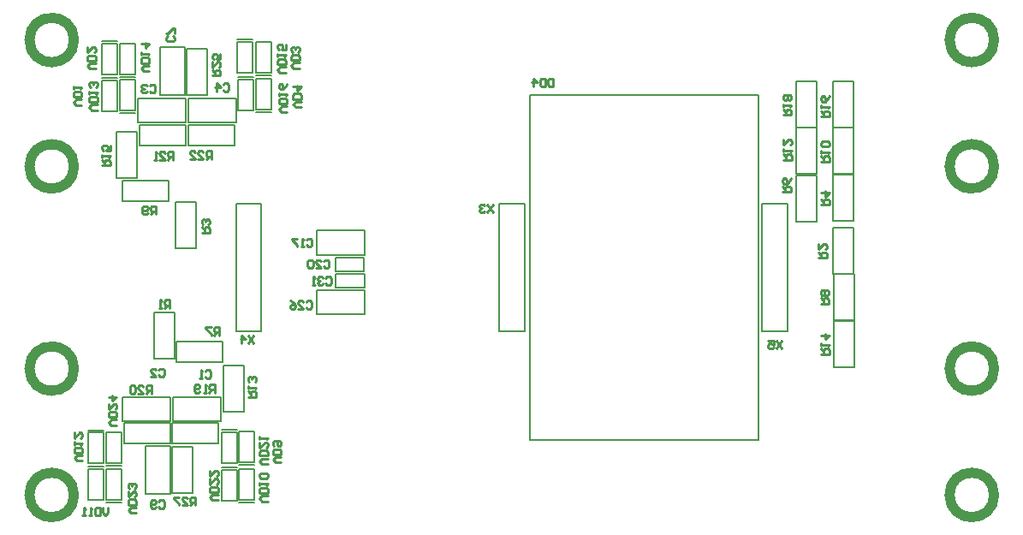
<source format=gbr>
%TF.GenerationSoftware,Altium Limited,Altium Designer,21.6.4 (81)*%
G04 Layer_Color=32896*
%FSLAX43Y43*%
%MOMM*%
%TF.SameCoordinates,C39744A4-4465-455E-AB15-BAA165A4C254*%
%TF.FilePolarity,Positive*%
%TF.FileFunction,Legend,Bot*%
%TF.Part,Single*%
G01*
G75*
%TA.AperFunction,NonConductor*%
%ADD26C,0.254*%
%ADD31C,1.000*%
%ADD32C,0.200*%
D26*
X22987Y18789D02*
X22453Y17990D01*
Y18789D02*
X22987Y17990D01*
X21787D02*
Y18789D01*
X22187Y18390D01*
X21654D01*
X52621Y44199D02*
Y43399D01*
X52221D01*
X52088Y43532D01*
Y44065D01*
X52221Y44199D01*
X52621D01*
X51821D02*
Y43399D01*
X51422D01*
X51288Y43532D01*
Y44065D01*
X51422Y44199D01*
X51821D01*
X50622Y43399D02*
Y44199D01*
X51022Y43799D01*
X50489D01*
X75190Y18256D02*
X74657Y17456D01*
Y18256D02*
X75190Y17456D01*
X73857Y18256D02*
X74390D01*
Y17856D01*
X74124Y17989D01*
X73990D01*
X73857Y17856D01*
Y17590D01*
X73990Y17456D01*
X74257D01*
X74390Y17590D01*
X46640Y31743D02*
X46107Y30944D01*
Y31743D02*
X46640Y30944D01*
X45841Y31610D02*
X45707Y31743D01*
X45441D01*
X45308Y31610D01*
Y31477D01*
X45441Y31344D01*
X45574D01*
X45441D01*
X45308Y31210D01*
Y31077D01*
X45441Y30944D01*
X45707D01*
X45841Y31077D01*
X9417Y9898D02*
X8884D01*
X8617Y10164D01*
X8884Y10431D01*
X9417D01*
Y10697D02*
X8617D01*
Y11097D01*
X8750Y11230D01*
X9284D01*
X9417Y11097D01*
Y10697D01*
X8617Y12030D02*
Y11497D01*
X9150Y12030D01*
X9284D01*
X9417Y11897D01*
Y11630D01*
X9284Y11497D01*
X8617Y12697D02*
X9417D01*
X9017Y12297D01*
Y12830D01*
X11347Y1226D02*
X10814D01*
X10548Y1493D01*
X10814Y1759D01*
X11347D01*
Y2026D02*
X10548D01*
Y2426D01*
X10681Y2559D01*
X11214D01*
X11347Y2426D01*
Y2026D01*
X10548Y3359D02*
Y2826D01*
X11081Y3359D01*
X11214D01*
X11347Y3226D01*
Y2959D01*
X11214Y2826D01*
Y3625D02*
X11347Y3759D01*
Y4025D01*
X11214Y4159D01*
X11081D01*
X10947Y4025D01*
Y3892D01*
Y4025D01*
X10814Y4159D01*
X10681D01*
X10548Y4025D01*
Y3759D01*
X10681Y3625D01*
X19450Y2471D02*
X18917D01*
X18650Y2737D01*
X18917Y3004D01*
X19450D01*
Y3271D02*
X18650D01*
Y3670D01*
X18783Y3804D01*
X19317D01*
X19450Y3670D01*
Y3271D01*
X18650Y4603D02*
Y4070D01*
X19183Y4603D01*
X19317D01*
X19450Y4470D01*
Y4204D01*
X19317Y4070D01*
X18650Y5403D02*
Y4870D01*
X19183Y5403D01*
X19317D01*
X19450Y5270D01*
Y5003D01*
X19317Y4870D01*
X24370Y6082D02*
X23837D01*
X23570Y6349D01*
X23837Y6615D01*
X24370D01*
Y6882D02*
X23570D01*
Y7282D01*
X23703Y7415D01*
X24236D01*
X24370Y7282D01*
Y6882D01*
X23570Y8215D02*
Y7682D01*
X24103Y8215D01*
X24236D01*
X24370Y8082D01*
Y7815D01*
X24236Y7682D01*
X23570Y8481D02*
Y8748D01*
Y8615D01*
X24370D01*
X24236Y8481D01*
X26260Y40884D02*
X25727D01*
X25461Y41150D01*
X25727Y41417D01*
X26260D01*
Y41684D02*
X25461D01*
Y42083D01*
X25594Y42217D01*
X26127D01*
X26260Y42083D01*
Y41684D01*
X25461Y42483D02*
Y42750D01*
Y42617D01*
X26260D01*
X26127Y42483D01*
X26260Y43683D02*
X26127Y43416D01*
X25860Y43150D01*
X25594D01*
X25461Y43283D01*
Y43550D01*
X25594Y43683D01*
X25727D01*
X25860Y43550D01*
Y43150D01*
X26129Y44782D02*
X25596D01*
X25329Y45049D01*
X25596Y45315D01*
X26129D01*
Y45582D02*
X25329D01*
Y45982D01*
X25462Y46115D01*
X25996D01*
X26129Y45982D01*
Y45582D01*
X25329Y46382D02*
Y46648D01*
Y46515D01*
X26129D01*
X25996Y46382D01*
X26129Y47581D02*
Y47048D01*
X25729D01*
X25862Y47315D01*
Y47448D01*
X25729Y47581D01*
X25462D01*
X25329Y47448D01*
Y47181D01*
X25462Y47048D01*
X12643Y44930D02*
X12110D01*
X11843Y45197D01*
X12110Y45463D01*
X12643D01*
Y45730D02*
X11843D01*
Y46130D01*
X11976Y46263D01*
X12509D01*
X12643Y46130D01*
Y45730D01*
X11843Y46530D02*
Y46796D01*
Y46663D01*
X12643D01*
X12509Y46530D01*
X11843Y47596D02*
X12643D01*
X12243Y47196D01*
Y47729D01*
X7512Y41069D02*
X6979D01*
X6712Y41336D01*
X6979Y41602D01*
X7512D01*
Y41869D02*
X6712D01*
Y42269D01*
X6845Y42402D01*
X7379D01*
X7512Y42269D01*
Y41869D01*
X6712Y42669D02*
Y42935D01*
Y42802D01*
X7512D01*
X7379Y42669D01*
Y43335D02*
X7512Y43468D01*
Y43735D01*
X7379Y43868D01*
X7245D01*
X7112Y43735D01*
Y43602D01*
Y43735D01*
X6979Y43868D01*
X6845D01*
X6712Y43735D01*
Y43468D01*
X6845Y43335D01*
X6013Y6364D02*
X5480D01*
X5214Y6630D01*
X5480Y6897D01*
X6013D01*
Y7163D02*
X5214D01*
Y7563D01*
X5347Y7697D01*
X5880D01*
X6013Y7563D01*
Y7163D01*
X5214Y7963D02*
Y8230D01*
Y8096D01*
X6013D01*
X5880Y7963D01*
X5214Y9163D02*
Y8630D01*
X5747Y9163D01*
X5880D01*
X6013Y9030D01*
Y8763D01*
X5880Y8630D01*
X8581Y1746D02*
Y1213D01*
X8315Y946D01*
X8048Y1213D01*
Y1746D01*
X7782D02*
Y946D01*
X7382D01*
X7249Y1080D01*
Y1613D01*
X7382Y1746D01*
X7782D01*
X6982Y946D02*
X6715D01*
X6849D01*
Y1746D01*
X6982Y1613D01*
X6316Y946D02*
X6049D01*
X6182D01*
Y1746D01*
X6316Y1613D01*
X24370Y2377D02*
X23837D01*
X23570Y2644D01*
X23837Y2910D01*
X24370D01*
Y3177D02*
X23570D01*
Y3577D01*
X23703Y3710D01*
X24236D01*
X24370Y3577D01*
Y3177D01*
X23570Y3977D02*
Y4243D01*
Y4110D01*
X24370D01*
X24236Y3977D01*
Y4643D02*
X24370Y4777D01*
Y5043D01*
X24236Y5176D01*
X23703D01*
X23570Y5043D01*
Y4777D01*
X23703Y4643D01*
X24236D01*
X25681Y6214D02*
X25148D01*
X24881Y6481D01*
X25148Y6747D01*
X25681D01*
Y7014D02*
X24881D01*
Y7414D01*
X25015Y7547D01*
X25548D01*
X25681Y7414D01*
Y7014D01*
X25015Y7814D02*
X24881Y7947D01*
Y8214D01*
X25015Y8347D01*
X25548D01*
X25681Y8214D01*
Y7947D01*
X25548Y7814D01*
X25414D01*
X25281Y7947D01*
Y8347D01*
X27680Y41369D02*
X27147D01*
X26880Y41636D01*
X27147Y41903D01*
X27680D01*
Y42169D02*
X26880D01*
Y42569D01*
X27013Y42702D01*
X27547D01*
X27680Y42569D01*
Y42169D01*
X26880Y43369D02*
X27680D01*
X27280Y42969D01*
Y43502D01*
X27503Y45201D02*
X26970D01*
X26703Y45468D01*
X26970Y45734D01*
X27503D01*
Y46001D02*
X26703D01*
Y46401D01*
X26836Y46534D01*
X27370D01*
X27503Y46401D01*
Y46001D01*
X27370Y46801D02*
X27503Y46934D01*
Y47201D01*
X27370Y47334D01*
X27236D01*
X27103Y47201D01*
Y47067D01*
Y47201D01*
X26970Y47334D01*
X26836D01*
X26703Y47201D01*
Y46934D01*
X26836Y46801D01*
X7334Y45162D02*
X6801D01*
X6534Y45428D01*
X6801Y45695D01*
X7334D01*
Y45961D02*
X6534D01*
Y46361D01*
X6668Y46495D01*
X7201D01*
X7334Y46361D01*
Y45961D01*
X6534Y47294D02*
Y46761D01*
X7067Y47294D01*
X7201D01*
X7334Y47161D01*
Y46894D01*
X7201Y46761D01*
X5962Y41567D02*
X5429D01*
X5163Y41834D01*
X5429Y42100D01*
X5962D01*
Y42367D02*
X5163D01*
Y42767D01*
X5296Y42900D01*
X5829D01*
X5962Y42767D01*
Y42367D01*
X5163Y43166D02*
Y43433D01*
Y43300D01*
X5962D01*
X5829Y43166D01*
X13313Y30762D02*
Y31562D01*
X12913D01*
X12780Y31428D01*
Y31162D01*
X12913Y31029D01*
X13313D01*
X13046D02*
X12780Y30762D01*
X12513Y30895D02*
X12380Y30762D01*
X12113D01*
X11980Y30895D01*
Y31428D01*
X12113Y31562D01*
X12380D01*
X12513Y31428D01*
Y31295D01*
X12380Y31162D01*
X11980D01*
X75350Y40580D02*
X76150D01*
Y40980D01*
X76017Y41113D01*
X75750D01*
X75617Y40980D01*
Y40580D01*
Y40847D02*
X75350Y41113D01*
Y41380D02*
Y41646D01*
Y41513D01*
X76150D01*
X76017Y41380D01*
Y42046D02*
X76150Y42180D01*
Y42446D01*
X76017Y42579D01*
X75883D01*
X75750Y42446D01*
X75617Y42579D01*
X75483D01*
X75350Y42446D01*
Y42180D01*
X75483Y42046D01*
X75617D01*
X75750Y42180D01*
X75883Y42046D01*
X76017D01*
X75750Y42180D02*
Y42446D01*
X18786Y36227D02*
Y37026D01*
X18386D01*
X18253Y36893D01*
Y36627D01*
X18386Y36493D01*
X18786D01*
X18520D02*
X18253Y36227D01*
X17453D02*
X17986D01*
X17453Y36760D01*
Y36893D01*
X17587Y37026D01*
X17853D01*
X17986Y36893D01*
X16653Y36227D02*
X17187D01*
X16653Y36760D01*
Y36893D01*
X16787Y37026D01*
X17053D01*
X17187Y36893D01*
X15009Y36158D02*
Y36957D01*
X14609D01*
X14476Y36824D01*
Y36558D01*
X14609Y36424D01*
X15009D01*
X14743D02*
X14476Y36158D01*
X13676D02*
X14209D01*
X13676Y36691D01*
Y36824D01*
X13810Y36957D01*
X14076D01*
X14209Y36824D01*
X13410Y36158D02*
X13143D01*
X13276D01*
Y36957D01*
X13410Y36824D01*
X19108Y13129D02*
Y13929D01*
X18708D01*
X18575Y13796D01*
Y13529D01*
X18708Y13396D01*
X19108D01*
X18841D02*
X18575Y13129D01*
X18308D02*
X18042D01*
X18175D01*
Y13929D01*
X18308Y13796D01*
X17642Y13262D02*
X17508Y13129D01*
X17242D01*
X17109Y13262D01*
Y13796D01*
X17242Y13929D01*
X17508D01*
X17642Y13796D01*
Y13662D01*
X17508Y13529D01*
X17109D01*
X79051Y21940D02*
X79851D01*
Y22339D01*
X79718Y22473D01*
X79451D01*
X79318Y22339D01*
Y21940D01*
Y22206D02*
X79051Y22473D01*
X79718Y22739D02*
X79851Y22873D01*
Y23139D01*
X79718Y23272D01*
X79584D01*
X79451Y23139D01*
X79318Y23272D01*
X79185D01*
X79051Y23139D01*
Y22873D01*
X79185Y22739D01*
X79318D01*
X79451Y22873D01*
X79584Y22739D01*
X79718D01*
X79451Y22873D02*
Y23139D01*
X75292Y32975D02*
X76092D01*
Y33375D01*
X75959Y33508D01*
X75692D01*
X75559Y33375D01*
Y32975D01*
Y33242D02*
X75292Y33508D01*
X76092Y34308D02*
X75959Y34041D01*
X75692Y33775D01*
X75425D01*
X75292Y33908D01*
Y34175D01*
X75425Y34308D01*
X75559D01*
X75692Y34175D01*
Y33775D01*
X19576Y18803D02*
Y19602D01*
X19176D01*
X19043Y19469D01*
Y19202D01*
X19176Y19069D01*
X19576D01*
X19310D02*
X19043Y18803D01*
X18777Y19602D02*
X18243D01*
Y19469D01*
X18777Y18936D01*
Y18803D01*
X7989Y35595D02*
X8789D01*
Y35995D01*
X8656Y36128D01*
X8389D01*
X8256Y35995D01*
Y35595D01*
Y35862D02*
X7989Y36128D01*
Y36395D02*
Y36661D01*
Y36528D01*
X8789D01*
X8656Y36395D01*
X8789Y37594D02*
Y37061D01*
X8389D01*
X8522Y37328D01*
Y37461D01*
X8389Y37594D01*
X8123D01*
X7989Y37461D01*
Y37194D01*
X8123Y37061D01*
X17837Y28950D02*
X18637D01*
Y29350D01*
X18504Y29483D01*
X18237D01*
X18104Y29350D01*
Y28950D01*
Y29217D02*
X17837Y29483D01*
X18504Y29750D02*
X18637Y29883D01*
Y30150D01*
X18504Y30283D01*
X18370D01*
X18237Y30150D01*
Y30016D01*
Y30150D01*
X18104Y30283D01*
X17971D01*
X17837Y30150D01*
Y29883D01*
X17971Y29750D01*
X78848Y26482D02*
X79648D01*
Y26882D01*
X79515Y27015D01*
X79248D01*
X79115Y26882D01*
Y26482D01*
Y26749D02*
X78848Y27015D01*
Y27815D02*
Y27282D01*
X79381Y27815D01*
X79515D01*
X79648Y27682D01*
Y27415D01*
X79515Y27282D01*
X79113Y31725D02*
X79912D01*
Y32125D01*
X79779Y32258D01*
X79512D01*
X79379Y32125D01*
Y31725D01*
Y31992D02*
X79113Y32258D01*
Y32925D02*
X79912D01*
X79512Y32525D01*
Y33058D01*
X22418Y12707D02*
X23217D01*
Y13107D01*
X23084Y13240D01*
X22817D01*
X22684Y13107D01*
Y12707D01*
Y12974D02*
X22418Y13240D01*
Y13507D02*
Y13773D01*
Y13640D01*
X23217D01*
X23084Y13507D01*
Y14173D02*
X23217Y14307D01*
Y14573D01*
X23084Y14707D01*
X22951D01*
X22817Y14573D01*
Y14440D01*
Y14573D01*
X22684Y14707D01*
X22551D01*
X22418Y14573D01*
Y14307D01*
X22551Y14173D01*
X14681Y21495D02*
Y22295D01*
X14281D01*
X14148Y22161D01*
Y21895D01*
X14281Y21762D01*
X14681D01*
X14414D02*
X14148Y21495D01*
X13881D02*
X13615D01*
X13748D01*
Y22295D01*
X13881Y22161D01*
X79113Y16932D02*
X79912D01*
Y17332D01*
X79779Y17465D01*
X79512D01*
X79379Y17332D01*
Y16932D01*
Y17198D02*
X79113Y17465D01*
Y17732D02*
Y17998D01*
Y17865D01*
X79912D01*
X79779Y17732D01*
X79113Y18798D02*
X79912D01*
X79512Y18398D01*
Y18931D01*
X12860Y13046D02*
Y13846D01*
X12460D01*
X12327Y13713D01*
Y13446D01*
X12460Y13313D01*
X12860D01*
X12593D02*
X12327Y13046D01*
X11527D02*
X12060D01*
X11527Y13580D01*
Y13713D01*
X11660Y13846D01*
X11927D01*
X12060Y13713D01*
X11260D02*
X11127Y13846D01*
X10861D01*
X10727Y13713D01*
Y13180D01*
X10861Y13046D01*
X11127D01*
X11260Y13180D01*
Y13713D01*
X18892Y44488D02*
X19691D01*
Y44888D01*
X19558Y45021D01*
X19292D01*
X19158Y44888D01*
Y44488D01*
Y44755D02*
X18892Y45021D01*
Y45821D02*
Y45288D01*
X19425Y45821D01*
X19558D01*
X19691Y45688D01*
Y45421D01*
X19558Y45288D01*
X19691Y46621D02*
Y46088D01*
X19292D01*
X19425Y46354D01*
Y46488D01*
X19292Y46621D01*
X19025D01*
X18892Y46488D01*
Y46221D01*
X19025Y46088D01*
X75368Y36161D02*
X76168D01*
Y36560D01*
X76035Y36694D01*
X75768D01*
X75635Y36560D01*
Y36161D01*
Y36427D02*
X75368Y36694D01*
Y36960D02*
Y37227D01*
Y37094D01*
X76168D01*
X76035Y36960D01*
X75368Y38160D02*
Y37627D01*
X75901Y38160D01*
X76035D01*
X76168Y38027D01*
Y37760D01*
X76035Y37627D01*
X79113Y35983D02*
X79912D01*
Y36383D01*
X79779Y36516D01*
X79512D01*
X79379Y36383D01*
Y35983D01*
Y36249D02*
X79113Y36516D01*
Y36782D02*
Y37049D01*
Y36916D01*
X79912D01*
X79779Y36782D01*
Y37449D02*
X79912Y37582D01*
Y37849D01*
X79779Y37982D01*
X79246D01*
X79113Y37849D01*
Y37582D01*
X79246Y37449D01*
X79779D01*
X17225Y1977D02*
Y2777D01*
X16825D01*
X16691Y2644D01*
Y2377D01*
X16825Y2244D01*
X17225D01*
X16958D02*
X16691Y1977D01*
X15892D02*
X16425D01*
X15892Y2511D01*
Y2644D01*
X16025Y2777D01*
X16291D01*
X16425Y2644D01*
X15625Y2777D02*
X15092D01*
Y2644D01*
X15625Y2111D01*
Y1977D01*
X79102Y40453D02*
X79902D01*
Y40853D01*
X79769Y40986D01*
X79502D01*
X79369Y40853D01*
Y40453D01*
Y40720D02*
X79102Y40986D01*
Y41253D02*
Y41519D01*
Y41386D01*
X79902D01*
X79769Y41253D01*
X79902Y42452D02*
X79769Y42186D01*
X79502Y41919D01*
X79235D01*
X79102Y42053D01*
Y42319D01*
X79235Y42452D01*
X79369D01*
X79502Y42319D01*
Y41919D01*
X19961Y43580D02*
X20095Y43713D01*
X20361D01*
X20494Y43580D01*
Y43047D01*
X20361Y42913D01*
X20095D01*
X19961Y43047D01*
X19295Y42913D02*
Y43713D01*
X19695Y43313D01*
X19162D01*
X15018Y48383D02*
X15151Y48250D01*
Y47983D01*
X15018Y47850D01*
X14485D01*
X14351Y47983D01*
Y48250D01*
X14485Y48383D01*
X15151Y48650D02*
Y49183D01*
X15018D01*
X14485Y48650D01*
X14351D01*
X29906Y26124D02*
X30039Y26257D01*
X30305D01*
X30439Y26124D01*
Y25591D01*
X30305Y25457D01*
X30039D01*
X29906Y25591D01*
X29106Y25457D02*
X29639D01*
X29106Y25990D01*
Y26124D01*
X29239Y26257D01*
X29506D01*
X29639Y26124D01*
X28839D02*
X28706Y26257D01*
X28439D01*
X28306Y26124D01*
Y25591D01*
X28439Y25457D01*
X28706D01*
X28839Y25591D01*
Y26124D01*
X30102Y24435D02*
X30236Y24569D01*
X30502D01*
X30635Y24435D01*
Y23902D01*
X30502Y23769D01*
X30236D01*
X30102Y23902D01*
X29836Y24435D02*
X29702Y24569D01*
X29436D01*
X29303Y24435D01*
Y24302D01*
X29436Y24169D01*
X29569D01*
X29436D01*
X29303Y24035D01*
Y23902D01*
X29436Y23769D01*
X29702D01*
X29836Y23902D01*
X29036Y23769D02*
X28769D01*
X28903D01*
Y24569D01*
X29036Y24435D01*
X12694Y43460D02*
X12828Y43593D01*
X13094D01*
X13227Y43460D01*
Y42927D01*
X13094Y42793D01*
X12828D01*
X12694Y42927D01*
X12428Y43460D02*
X12294Y43593D01*
X12028D01*
X11895Y43460D01*
Y43327D01*
X12028Y43193D01*
X12161D01*
X12028D01*
X11895Y43060D01*
Y42927D01*
X12028Y42793D01*
X12294D01*
X12428Y42927D01*
X28211Y28236D02*
X28344Y28369D01*
X28610D01*
X28744Y28236D01*
Y27703D01*
X28610Y27570D01*
X28344D01*
X28211Y27703D01*
X27944Y27570D02*
X27677D01*
X27811D01*
Y28369D01*
X27944Y28236D01*
X27277Y28369D02*
X26744D01*
Y28236D01*
X27277Y27703D01*
Y27570D01*
X13595Y15370D02*
X13729Y15503D01*
X13995D01*
X14128Y15370D01*
Y14836D01*
X13995Y14703D01*
X13729D01*
X13595Y14836D01*
X12796Y14703D02*
X13329D01*
X12796Y15236D01*
Y15370D01*
X12929Y15503D01*
X13195D01*
X13329Y15370D01*
X13595Y2349D02*
X13729Y2483D01*
X13995D01*
X14128Y2349D01*
Y1816D01*
X13995Y1683D01*
X13729D01*
X13595Y1816D01*
X13329D02*
X13195Y1683D01*
X12929D01*
X12796Y1816D01*
Y2349D01*
X12929Y2483D01*
X13195D01*
X13329Y2349D01*
Y2216D01*
X13195Y2083D01*
X12796D01*
X18169Y15218D02*
X18302Y15351D01*
X18569D01*
X18702Y15218D01*
Y14685D01*
X18569Y14552D01*
X18302D01*
X18169Y14685D01*
X17903Y14552D02*
X17636D01*
X17769D01*
Y15351D01*
X17903Y15218D01*
X28168Y22085D02*
X28301Y22218D01*
X28567D01*
X28701Y22085D01*
Y21552D01*
X28567Y21419D01*
X28301D01*
X28168Y21552D01*
X27368Y21419D02*
X27901D01*
X27368Y21952D01*
Y22085D01*
X27501Y22218D01*
X27768D01*
X27901Y22085D01*
X26568Y22218D02*
X26835Y22085D01*
X27101Y21819D01*
Y21552D01*
X26968Y21419D01*
X26701D01*
X26568Y21552D01*
Y21685D01*
X26701Y21819D01*
X27101D01*
D31*
X96200Y48000D02*
G03*
X96200Y48000I-2200J0D01*
G01*
Y35500D02*
G03*
X96200Y35500I-2200J0D01*
G01*
Y15500D02*
G03*
X96200Y15500I-2200J0D01*
G01*
Y3000D02*
G03*
X96200Y3000I-2200J0D01*
G01*
X5200D02*
G03*
X5200Y3000I-2200J0D01*
G01*
Y15500D02*
G03*
X5200Y15500I-2200J0D01*
G01*
Y35500D02*
G03*
X5200Y35500I-2200J0D01*
G01*
Y48000D02*
G03*
X5200Y48000I-2200J0D01*
G01*
D32*
X21250Y31830D02*
X23750D01*
X21250Y19170D02*
X23750D01*
X21250D02*
Y31830D01*
X23750Y19170D02*
Y31830D01*
X19708Y10295D02*
Y12695D01*
X14958Y10295D02*
X19708D01*
X14958D02*
Y12695D01*
X19708D01*
X75750Y19170D02*
Y31830D01*
X73250Y19170D02*
Y31830D01*
Y19170D02*
X75750D01*
X73250Y31830D02*
X75750D01*
X78664Y39345D02*
Y43917D01*
X76632Y39345D02*
X78664D01*
X76632Y43917D02*
X78664D01*
X76632Y39345D02*
Y43917D01*
X78664Y34772D02*
Y39344D01*
X76632Y34772D02*
X78664D01*
X76632Y39344D02*
X78664D01*
X76632Y34772D02*
Y39344D01*
X78664Y30023D02*
Y34595D01*
X76632Y30023D02*
X78664D01*
X76632Y34595D02*
X78664D01*
X76632Y30023D02*
Y34595D01*
X29184Y20860D02*
Y23260D01*
X33934D01*
Y20860D02*
Y23260D01*
X29184Y20860D02*
X33934D01*
X33909Y25131D02*
Y26481D01*
X31059Y25131D02*
Y26481D01*
Y25131D02*
X33909D01*
X31059Y26481D02*
X33909D01*
X29238Y26761D02*
X33988D01*
Y29161D01*
X29238D02*
X33988D01*
X29238Y26761D02*
Y29161D01*
X33936Y23494D02*
Y24844D01*
X31086Y23494D02*
Y24844D01*
Y23494D02*
X33936D01*
X31086Y24844D02*
X33936D01*
X21532Y5970D02*
X21888D01*
X22650D02*
X23056D01*
X21888D02*
X22650D01*
X21532Y6221D02*
X23056D01*
X21532D02*
Y9269D01*
X23056D01*
Y6221D02*
Y9269D01*
X82347Y20269D02*
Y24841D01*
X80315Y20269D02*
X82347D01*
X80315Y24841D02*
X82347D01*
X80315Y20269D02*
Y24841D01*
X82321Y24867D02*
Y29439D01*
X80289Y24867D02*
X82321D01*
X80289Y29439D02*
X82321D01*
X80289Y24867D02*
Y29439D01*
Y30074D02*
Y34646D01*
X82321D01*
X80289Y30074D02*
X82321D01*
Y34646D01*
X15261Y27407D02*
Y31979D01*
X17293D01*
X15261Y27407D02*
X17293D01*
Y31979D01*
X12316Y3077D02*
X14716D01*
X12316D02*
Y7827D01*
X14716D01*
Y3077D02*
Y7827D01*
X15164Y16459D02*
Y21031D01*
X13132Y16459D02*
X15164D01*
X13132Y21031D02*
X15164D01*
X13132Y16459D02*
Y21031D01*
X20947Y9460D02*
X21303D01*
X19779D02*
X20185D01*
X20947D01*
X19779Y9209D02*
X21303D01*
Y6161D02*
Y9209D01*
X19779Y6161D02*
X21303D01*
X19779D02*
Y9209D01*
X80315Y15672D02*
Y20244D01*
X82347D01*
X80315Y15672D02*
X82347D01*
Y20244D01*
X15357Y18186D02*
X19929D01*
Y16154D02*
Y18186D01*
X15357Y16154D02*
Y18186D01*
Y16154D02*
X19929D01*
X22005Y11243D02*
Y15815D01*
X19973Y11243D02*
X22005D01*
X19973Y15815D02*
X22005D01*
X19973Y11243D02*
Y15815D01*
X7747Y9411D02*
X8103D01*
X6579D02*
X6985D01*
X7747D01*
X6579Y9160D02*
X8103D01*
Y6112D02*
Y9160D01*
X6579Y6112D02*
X8103D01*
X6579D02*
Y9160D01*
X8356Y5886D02*
X8712D01*
X9474D02*
X9880D01*
X8712D02*
X9474D01*
X8356Y6137D02*
X9880D01*
X8356D02*
Y9185D01*
X9880D01*
Y6137D02*
Y9185D01*
X8356Y2289D02*
X8712D01*
X9474D02*
X9880D01*
X8712D02*
X9474D01*
X8356Y2540D02*
X9880D01*
X8356D02*
Y5588D01*
X9880D01*
Y2540D02*
Y5588D01*
X7797Y5813D02*
X8153D01*
X6629D02*
X7035D01*
X7797D01*
X6629Y5562D02*
X8153D01*
Y2514D02*
Y5562D01*
X6629Y2514D02*
X8153D01*
X6629D02*
Y5562D01*
X16975Y3191D02*
Y7763D01*
X14943Y3191D02*
X16975D01*
X14943Y7763D02*
X16975D01*
X14943Y3191D02*
Y7763D01*
Y8068D02*
X19515D01*
X14943D02*
Y10100D01*
X19515Y8068D02*
Y10100D01*
X14943D02*
X19515D01*
X9966Y10295D02*
X14716D01*
Y12695D01*
X9966D02*
X14716D01*
X9966Y10295D02*
Y12695D01*
X10168Y10100D02*
X14740D01*
Y8068D02*
Y10100D01*
X10168Y8068D02*
Y10100D01*
Y8068D02*
X14740D01*
X20947Y5736D02*
X21303D01*
X19779D02*
X20185D01*
X20947D01*
X19779Y5485D02*
X21303D01*
Y2437D02*
Y5485D01*
X19779Y2437D02*
X21303D01*
X19779D02*
Y5485D01*
X21533Y2237D02*
X21889D01*
X22651D02*
X23057D01*
X21889D02*
X22651D01*
X21533Y2488D02*
X23057D01*
X21533D02*
Y5536D01*
X23057D01*
Y2488D02*
Y5536D01*
X9785Y40747D02*
X10141D01*
X10903D02*
X11309D01*
X10141D02*
X10903D01*
X9785Y40998D02*
X11309D01*
X9785D02*
Y44046D01*
X11309D01*
Y40998D02*
Y44046D01*
X9363Y34341D02*
Y38913D01*
X11395D01*
X9363Y34341D02*
X11395D01*
Y38913D01*
X10024Y32087D02*
X14596D01*
X10024D02*
Y34119D01*
X14596Y32087D02*
Y34119D01*
X10024D02*
X14596D01*
X11700Y37566D02*
X16272D01*
X11700D02*
Y39598D01*
X16272Y37566D02*
Y39598D01*
X11700D02*
X16272D01*
X23240Y40871D02*
X23596D01*
X24358D02*
X24764D01*
X23596D02*
X24358D01*
X23240Y41122D02*
X24764D01*
X23240D02*
Y44170D01*
X24764D01*
Y41122D02*
Y44170D01*
X16496Y42227D02*
X21246D01*
X16496Y39827D02*
Y42227D01*
Y39827D02*
X21246D01*
Y42227D01*
X9149Y47907D02*
X9505D01*
X7981D02*
X8387D01*
X9149D01*
X7981Y47656D02*
X9505D01*
Y44608D02*
Y47656D01*
X7981Y44608D02*
X9505D01*
X7981D02*
Y47656D01*
X80289Y34772D02*
Y39344D01*
X82321D01*
X80289Y34772D02*
X82321D01*
Y39344D01*
X16510Y37566D02*
X21082D01*
X16510D02*
Y39598D01*
X21082Y37566D02*
Y39598D01*
X16510D02*
X21082D01*
X80289Y39345D02*
Y43917D01*
X82321D01*
X80289Y39345D02*
X82321D01*
Y43917D01*
X23190Y44481D02*
X23546D01*
X24308D02*
X24714D01*
X23546D02*
X24308D01*
X23190Y44732D02*
X24714D01*
X23190D02*
Y47780D01*
X24714D01*
Y44732D02*
Y47780D01*
X22549Y48031D02*
X22905D01*
X21381D02*
X21787D01*
X22549D01*
X21381Y47780D02*
X22905D01*
Y44732D02*
Y47780D01*
X21381Y44732D02*
X22905D01*
X21381D02*
Y47780D01*
X22604Y44338D02*
X22960D01*
X21436D02*
X21842D01*
X22604D01*
X21436Y44087D02*
X22960D01*
Y41039D02*
Y44087D01*
X21436Y41039D02*
X22960D01*
X21436D02*
Y44087D01*
X18355Y42599D02*
Y47171D01*
X16323Y42599D02*
X18355D01*
X16323Y47171D02*
X18355D01*
X16323Y42599D02*
Y47171D01*
X13751Y42541D02*
Y47291D01*
Y42541D02*
X16151D01*
Y47291D01*
X13751D02*
X16151D01*
X11509Y39839D02*
Y42239D01*
X16259D01*
Y39839D02*
Y42239D01*
X11509Y39839D02*
X16259D01*
X9149Y44272D02*
X9505D01*
X7981D02*
X8387D01*
X9149D01*
X7981Y44021D02*
X9505D01*
Y40973D02*
Y44021D01*
X7981Y40973D02*
X9505D01*
X7981D02*
Y44021D01*
X9785Y44358D02*
X10141D01*
X10903D02*
X11309D01*
X10141D02*
X10903D01*
X9785Y44609D02*
X11309D01*
X9785D02*
Y47657D01*
X11309D01*
Y44609D02*
Y47657D01*
X50335Y8425D02*
X72935D01*
Y42525D01*
X50335Y8425D02*
Y42525D01*
X72935D01*
X47250Y31830D02*
X49750D01*
X47250Y19170D02*
X49750D01*
X47250D02*
Y31830D01*
X49750Y19170D02*
Y31830D01*
%TF.MD5,78a1cdaa1b68c98d447839363d0720ca*%
M02*

</source>
